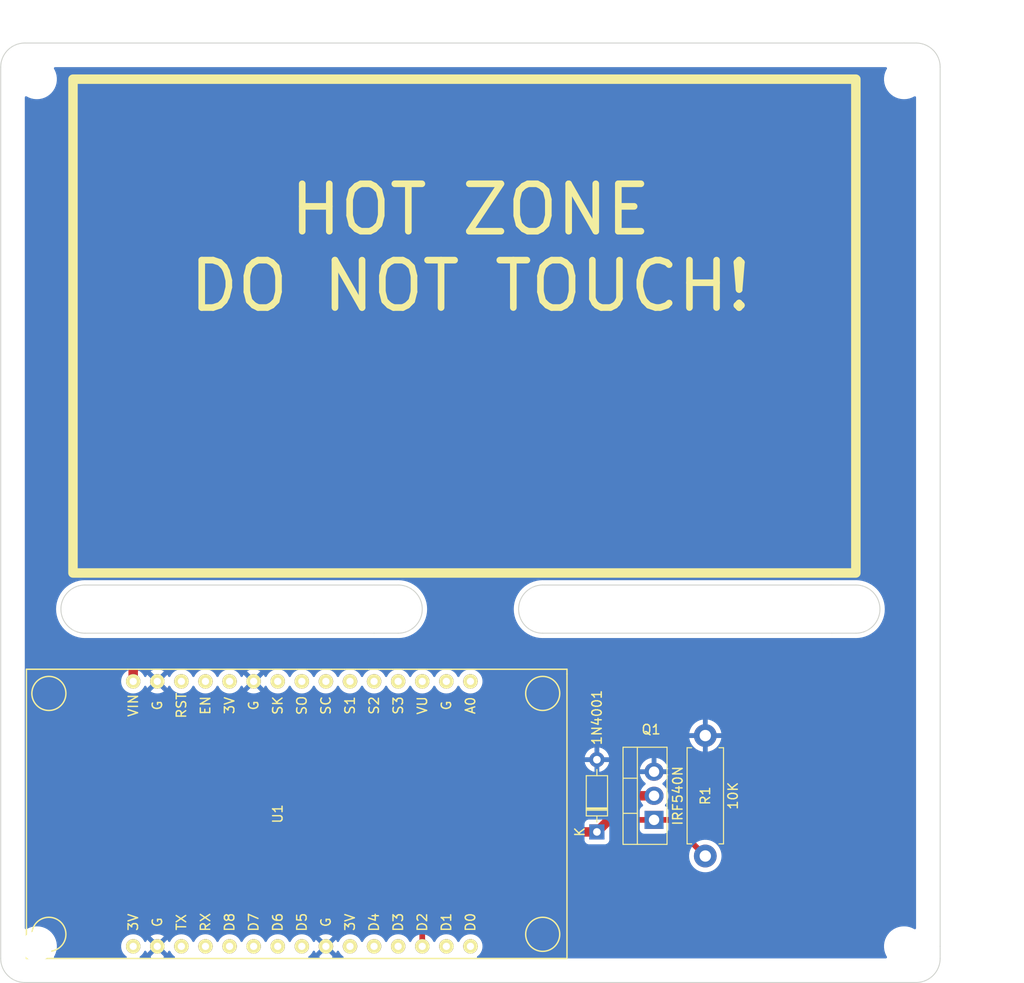
<source format=kicad_pcb>
(kicad_pcb (version 20211014) (generator pcbnew)
  (layers (0 "F.Cu" signal) (31 "B.Cu" signal) (34 "B.Paste" user) (35 "F.Paste" user) (36 "B.SilkS" user "B.Silkscreen") (37 "F.SilkS" user "F.Silkscreen") (38 "B.Mask" user) (39 "F.Mask" user) (44 "Edge.Cuts" user))
  (net 0 "")
  (net 25 "VCC")
  (net 26 "GND")
  (net 27 "Net-(U1-Pad28)")
  (footprint "Package_TO_SOT_THT:TO-220-3_Vertical" (layer "F.Cu") (at 183.19 103.505 90)
    (fp_text reference "Q1" (at 9.525 -0.31 180) (layer "F.SilkS"))
    (fp_text value "IRF540N" (at 2.54 2.5 90) (layer "F.SilkS"))
    (fp_line (start -2.58 1.371) (end 7.66 1.371) (layer "F.SilkS") (width 0.12))
    (fp_line (start -2.58 -3.27) (end -2.58 1.371) (layer "F.SilkS") (width 0.12))
    (fp_line (start 7.66 -3.27) (end 7.66 1.371) (layer "F.SilkS") (width 0.12))
    (fp_line (start -2.58 -1.76) (end 7.66 -1.76) (layer "F.SilkS") (width 0.12))
    (fp_line (start 0.69 -3.27) (end 0.69 -1.76) (layer "F.SilkS") (width 0.12))
    (fp_line (start -2.58 -3.27) (end 7.66 -3.27) (layer "F.SilkS") (width 0.12))
    (fp_line (start 4.391 -3.27) (end 4.391 -1.76) (layer "F.SilkS") (width 0.12))
    (pad "1" thru_hole rect (at 0 0 90) (size 1.905 2) (drill 1.1) (layers *.Cu *.Mask) (net 27 "Net-(U1-Pad28)"))
    (pad "2" thru_hole oval (at 2.54 0 90) (size 1.905 2) (drill 1.1) (layers *.Cu *.Mask) (net 25 "VCC"))
    (pad "3" thru_hole oval (at 5.08 0 90) (size 1.905 2) (drill 1.1) (layers *.Cu *.Mask) (net 26 "GND"))
  )
  (footprint "ESP8266:NodeMCU-LoLinV3" (layer "F.Cu") (at 143.51 102.87 -90)
    (fp_text reference "U1" (at 0 0 90) (layer "F.SilkS"))
    (fp_text value "NodeMCU1.0(ESP-12E)")
    (fp_text user "D7" (at 11.43 2.54 90) (layer "F.SilkS"))
    (fp_text user "3V" (at -11.43 5.08 90) (layer "F.SilkS"))
    (fp_text user "SO" (at -11.43 -2.54 90) (layer "F.SilkS"))
    (fp_text user "3V" (at 11.43 15.24 90) (layer "F.SilkS"))
    (fp_text user "D0" (at 11.43 -20.32 90) (layer "F.SilkS"))
    (fp_text user "3V" (at 11.43 -7.62 90) (layer "F.SilkS"))
    (fp_text user "G" (at -11.43 2.54 90) (layer "F.SilkS"))
    (fp_text user "G" (at -11.43 -17.78 90) (layer "F.SilkS"))
    (fp_text user "D2" (at 11.43 -15.24 90) (layer "F.SilkS"))
    (fp_text user "D6" (at 11.43 0 90) (layer "F.SilkS"))
    (fp_text user "SC" (at -11.43 -5.08 90) (layer "F.SilkS"))
    (fp_text user "D4" (at 11.43 -10.16 90) (layer "F.SilkS"))
    (fp_text user "G" (at -11.43 12.7 90) (layer "F.SilkS"))
    (fp_text user "RX" (at 11.43 7.62 90) (layer "F.SilkS"))
    (fp_text user "A0" (at -11.43 -20.32 90) (layer "F.SilkS"))
    (fp_text user "EN" (at -11.43 7.62 90) (layer "F.SilkS"))
    (fp_text user "D3" (at 11.43 -12.7 90) (layer "F.SilkS"))
    (fp_text user "TX" (at 11.43 10.16 90) (layer "F.SilkS"))
    (fp_text user "G" (at 11.43 12.7 90) (layer "F.SilkS"))
    (fp_text user "D5" (at 11.43 -2.54 90) (layer "F.SilkS"))
    (fp_text user "G" (at 11.43 -5.08 90) (layer "F.SilkS"))
    (fp_text user "VIN" (at -11.43 15.24 90) (layer "F.SilkS"))
    (fp_text user "S1" (at -11.43 -7.62 90) (layer "F.SilkS"))
    (fp_text user "D8" (at 11.43 5.08 90) (layer "F.SilkS"))
    (fp_text user "D1" (at 11.43 -17.78 90) (layer "F.SilkS"))
    (fp_text user "S2" (at -11.43 -10.16 90) (layer "F.SilkS"))
    (fp_text user "SK" (at -11.43 0 90) (layer "F.SilkS"))
    (fp_text user "VU" (at -11.43 -15.24 90) (layer "F.SilkS"))
    (fp_text user "S3" (at -11.43 -12.7 90) (layer "F.SilkS"))
    (fp_text user "RST" (at -11.43 10.16 90) (layer "F.SilkS"))
    (fp_line (start 15.25 26.5) (end 15.25 -30.5) (layer "F.SilkS") (width 0.15))
    (fp_line (start -15.25 26.5) (end 15.25 26.5) (layer "F.SilkS") (width 0.15))
    (fp_line (start -14.75 -30.5) (end -15.25 -30.5) (layer "F.SilkS") (width 0.15))
    (fp_line (start 15.25 -30.5) (end -14.75 -30.5) (layer "F.SilkS") (width 0.15))
    (fp_line (start -15.25 -30.5) (end -15.25 26.5) (layer "F.SilkS") (width 0.15))
    (fp_circle (center -12.7 -27.94) (end -11.43 -29.21) (layer "F.SilkS") (width 0.15) (fill none))
    (fp_circle (center -12.7 24.13) (end -11.43 22.86) (layer "F.SilkS") (width 0.15) (fill none))
    (fp_circle (center 12.7 -27.94) (end 13.97 -29.21) (layer "F.SilkS") (width 0.15) (fill none))
    (fp_circle (center 12.7 24.13) (end 13.97 22.86) (layer "F.SilkS") (width 0.15) (fill none))
    (pad "1" thru_hole circle (at -13.97 -20.32 270) (size 1.524 1.524) (drill 0.762) (layers *.Cu *.Mask "F.SilkS"))
    (pad "2" thru_hole circle (at -13.97 -17.78 270) (size 1.524 1.524) (drill 0.762) (layers *.Cu *.Mask "F.SilkS"))
    (pad "3" thru_hole circle (at -13.97 -15.24 270) (size 1.524 1.524) (drill 0.762) (layers *.Cu *.Mask "F.SilkS"))
    (pad "4" thru_hole circle (at -13.97 -12.7 270) (size 1.524 1.524) (drill 0.762) (layers *.Cu *.Mask "F.SilkS"))
    (pad "5" thru_hole circle (at -13.97 -10.16 270) (size 1.524 1.524) (drill 0.762) (layers *.Cu *.Mask "F.SilkS"))
    (pad "6" thru_hole circle (at -13.97 -7.62 270) (size 1.524 1.524) (drill 0.762) (layers *.Cu *.Mask "F.SilkS"))
    (pad "7" thru_hole circle (at -13.97 -5.08 270) (size 1.524 1.524) (drill 0.762) (layers *.Cu *.Mask "F.SilkS"))
    (pad "8" thru_hole circle (at -13.97 -2.54 270) (size 1.524 1.524) (drill 0.762) (layers *.Cu *.Mask "F.SilkS"))
    (pad "9" thru_hole circle (at -13.97 0 270) (size 1.524 1.524) (drill 0.762) (layers *.Cu *.Mask "F.SilkS"))
    (pad "10" thru_hole circle (at -13.97 2.54 270) (size 1.524 1.524) (drill 0.762) (layers *.Cu *.Mask "F.SilkS") (net 26 "GND"))
    (pad "11" thru_hole circle (at -13.97 5.08 270) (size 1.524 1.524) (drill 0.762) (layers *.Cu *.Mask "F.SilkS"))
    (pad "12" thru_hole circle (at -13.97 7.62 270) (size 1.524 1.524) (drill 0.762) (layers *.Cu *.Mask "F.SilkS"))
    (pad "13" thru_hole circle (at -13.97 10.16 270) (size 1.524 1.524) (drill 0.762) (layers *.Cu *.Mask "F.SilkS"))
    (pad "14" thru_hole circle (at -13.97 12.7 270) (size 1.524 1.524) (drill 0.762) (layers *.Cu *.Mask "F.SilkS") (net 26 "GND"))
    (pad "15" thru_hole circle (at -13.97 15.24 270) (size 1.524 1.524) (drill 0.762) (layers *.Cu *.Mask "F.SilkS") (net 25 "VCC"))
    (pad "16" thru_hole circle (at 13.97 15.24 270) (size 1.524 1.524) (drill 0.762) (layers *.Cu *.Mask "F.SilkS"))
    (pad "17" thru_hole circle (at 13.97 12.7 270) (size 1.524 1.524) (drill 0.762) (layers *.Cu *.Mask "F.SilkS") (net 26 "GND"))
    (pad "18" thru_hole circle (at 13.97 10.16 270) (size 1.524 1.524) (drill 0.762) (layers *.Cu *.Mask "F.SilkS"))
    (pad "19" thru_hole circle (at 13.97 7.62 270) (size 1.524 1.524) (drill 0.762) (layers *.Cu *.Mask "F.SilkS"))
    (pad "20" thru_hole circle (at 13.97 5.08 270) (size 1.524 1.524) (drill 0.762) (layers *.Cu *.Mask "F.SilkS"))
    (pad "21" thru_hole circle (at 13.97 2.54 270) (size 1.524 1.524) (drill 0.762) (layers *.Cu *.Mask "F.SilkS"))
    (pad "22" thru_hole circle (at 13.97 0 270) (size 1.524 1.524) (drill 0.762) (layers *.Cu *.Mask "F.SilkS"))
    (pad "23" thru_hole circle (at 13.97 -2.54 270) (size 1.524 1.524) (drill 0.762) (layers *.Cu *.Mask "F.SilkS"))
    (pad "24" thru_hole circle (at 13.97 -5.08 270) (size 1.524 1.524) (drill 0.762) (layers *.Cu *.Mask "F.SilkS") (net 26 "GND"))
    (pad "25" thru_hole circle (at 13.97 -7.62 270) (size 1.524 1.524) (drill 0.762) (layers *.Cu *.Mask "F.SilkS"))
    (pad "26" thru_hole circle (at 13.97 -10.16 270) (size 1.524 1.524) (drill 0.762) (layers *.Cu *.Mask "F.SilkS"))
    (pad "27" thru_hole circle (at 13.97 -12.7 270) (size 1.524 1.524) (drill 0.762) (layers *.Cu *.Mask "F.SilkS"))
    (pad "28" thru_hole circle (at 13.97 -15.24 270) (size 1.524 1.524) (drill 0.762) (layers *.Cu *.Mask "F.SilkS") (net 27 "Net-(U1-Pad28)"))
    (pad "29" thru_hole circle (at 13.97 -17.78 270) (size 1.524 1.524) (drill 0.762) (layers *.Cu *.Mask "F.SilkS"))
    (pad "30" thru_hole circle (at 13.97 -20.32 270) (size 1.524 1.524) (drill 0.762) (layers *.Cu *.Mask "F.SilkS"))
  )
  (footprint "MountingHole:MountingHole_3.2mm_M3" (layer "F.Cu") (at 209.55 116.84)
    (fp_text reference "REF**" hide)
    (fp_text value "MountingHole_3.2mm_M3" hide)
    (pad "" np_thru_hole circle (at 0 0) (size 3.2 3.2) (drill 3.2) (layers *.Cu *.Mask))
  )
  (footprint "Resistor_THT:R_Axial_DIN0411_L9.9mm_D3.6mm_P12.70mm_Horizontal" (layer "F.Cu") (at 188.595 107.315 90)
    (fp_text reference "R1" hide)
    (fp_text value "10K" (at 6.35 2.92 90) (layer "F.SilkS"))
    (fp_text user "${REFERENCE}" (at 6.35 0 90) (layer "F.SilkS"))
    (fp_line (start 1.28 -1.92) (end 11.42 -1.92) (layer "F.SilkS") (width 0.12))
    (fp_line (start 11.42 1.92) (end 11.42 1.44) (layer "F.SilkS") (width 0.12))
    (fp_line (start 11.42 -1.92) (end 11.42 -1.44) (layer "F.SilkS") (width 0.12))
    (fp_line (start 1.28 1.92) (end 11.42 1.92) (layer "F.SilkS") (width 0.12))
    (fp_line (start 1.28 -1.44) (end 1.28 -1.92) (layer "F.SilkS") (width 0.12))
    (fp_line (start 1.28 1.44) (end 1.28 1.92) (layer "F.SilkS") (width 0.12))
    (pad "1" thru_hole circle (at 0 0 90) (size 2.4 2.4) (drill 1.2) (layers *.Cu *.Mask) (net 27 "Net-(U1-Pad28)"))
    (pad "2" thru_hole oval (at 12.7 0 90) (size 2.4 2.4) (drill 1.2) (layers *.Cu *.Mask) (net 26 "GND"))
  )
  (footprint "MountingHole:MountingHole_3.2mm_M3" (layer "F.Cu") (at 118.11 116.84)
    (fp_text reference "REF**" hide)
    (fp_text value "MountingHole_3.2mm_M3" hide)
    (pad "" np_thru_hole circle (at 0 0) (size 3.2 3.2) (drill 3.2) (layers *.Cu *.Mask))
  )
  (footprint "MountingHole:MountingHole_3.2mm_M3" (layer "F.Cu") (at 118.11 25.4)
    (fp_text reference "REF**" hide)
    (fp_text value "MountingHole_3.2mm_M3" hide)
    (pad "" np_thru_hole circle (at 0 0) (size 3.2 3.2) (drill 3.2) (layers *.Cu *.Mask))
  )
  (footprint "MountingHole:MountingHole_3.2mm_M3" (layer "F.Cu") (at 209.55 25.4)
    (fp_text reference "REF**" hide)
    (fp_text value "MountingHole_3.2mm_M3" hide)
    (pad "" np_thru_hole circle (at 0 0) (size 3.2 3.2) (drill 3.2) (layers *.Cu *.Mask))
  )
  (footprint "Diode_THT:D_DO-35_SOD27_P7.62mm_Horizontal" (layer "F.Cu") (at 177.165 104.775 90)
    (fp_text reference "D1" hide)
    (fp_text value "1N4001" (at 12.065 0 90) (layer "F.SilkS"))
    (fp_text user "K" (at 0 -1.8 90) (layer "F.SilkS"))
    (fp_line (start 5.93 -1.12) (end 1.69 -1.12) (layer "F.SilkS") (width 0.12))
    (fp_line (start 1.04 0) (end 1.69 0) (layer "F.SilkS") (width 0.12))
    (fp_line (start 2.41 -1.12) (end 2.41 1.12) (layer "F.SilkS") (width 0.12))
    (fp_line (start 5.93 1.12) (end 5.93 -1.12) (layer "F.SilkS") (width 0.12))
    (fp_line (start 6.58 0) (end 5.93 0) (layer "F.SilkS") (width 0.12))
    (fp_line (start 2.53 -1.12) (end 2.53 1.12) (layer "F.SilkS") (width 0.12))
    (fp_line (start 2.29 -1.12) (end 2.29 1.12) (layer "F.SilkS") (width 0.12))
    (fp_line (start 1.69 -1.12) (end 1.69 1.12) (layer "F.SilkS") (width 0.12))
    (fp_line (start 1.69 1.12) (end 5.93 1.12) (layer "F.SilkS") (width 0.12))
    (pad "1" thru_hole rect (at 0 0 90) (size 1.6 1.6) (drill 0.8) (layers *.Cu *.Mask) (net 25 "VCC"))
    (pad "2" thru_hole oval (at 7.62 0 90) (size 1.6 1.6) (drill 0.8) (layers *.Cu *.Mask) (net 26 "GND"))
  )
  (gr_rect (start 121.92 25.4) (end 204.47 77.47) (layer "F.SilkS") (width 1) (fill none))
  (gr_arc (start 123.19 83.82) (mid 120.65 81.28) (end 123.19 78.74) (layer "Edge.Cuts") (width 0.1))
  (gr_arc (start 210.82 21.59) (mid 212.616051 22.333949) (end 213.36 24.13) (layer "Edge.Cuts") (width 0.1))
  (gr_arc (start 213.36 118.11) (mid 212.616051 119.906051) (end 210.82 120.65) (layer "Edge.Cuts") (width 0.1))
  (gr_line (start 201.93 78.74) (end 204.47 78.74) (layer "Edge.Cuts") (width 0.1))
  (gr_arc (start 171.45 83.82) (mid 168.91 81.28) (end 171.45 78.74) (layer "Edge.Cuts") (width 0.1))
  (gr_line (start 201.93 83.82) (end 204.47 83.82) (layer "Edge.Cuts") (width 0.1))
  (gr_arc (start 204.47 78.74) (mid 207.01 81.28) (end 204.47 83.82) (layer "Edge.Cuts") (width 0.1))
  (gr_line (start 123.19 78.74) (end 153.67 78.74) (layer "Edge.Cuts") (width 0.1))
  (gr_line (start 213.36 24.13) (end 213.36 116.84) (layer "Edge.Cuts") (width 0.1))
  (gr_line (start 210.82 120.65) (end 116.84 120.65) (layer "Edge.Cuts") (width 0.1))
  (gr_line (start 213.36 118.11) (end 213.36 116.84) (layer "Edge.Cuts") (width 0.1))
  (gr_line (start 114.3 118.11) (end 114.3 24.13) (layer "Edge.Cuts") (width 0.1))
  (gr_line (start 171.45 83.82) (end 201.93 83.82) (layer "Edge.Cuts") (width 0.1))
  (gr_arc (start 116.84 120.65) (mid 115.043949 119.906051) (end 114.3 118.11) (layer "Edge.Cuts") (width 0.1))
  (gr_line (start 171.45 78.74) (end 201.93 78.74) (layer "Edge.Cuts") (width 0.1))
  (gr_arc (start 114.3 24.13) (mid 115.043949 22.333949) (end 116.84 21.59) (layer "Edge.Cuts") (width 0.1))
  (gr_line (start 153.67 83.82) (end 156.21 83.82) (layer "Edge.Cuts") (width 0.1))
  (gr_arc (start 156.21 78.74) (mid 158.75 81.28) (end 156.21 83.82) (layer "Edge.Cuts") (width 0.1))
  (gr_line (start 116.84 21.59) (end 209.55 21.59) (layer "Edge.Cuts") (width 0.1))
  (gr_line (start 153.67 78.74) (end 156.21 78.74) (layer "Edge.Cuts") (width 0.1))
  (gr_line (start 123.19 83.82) (end 153.67 83.82) (layer "Edge.Cuts") (width 0.1))
  (gr_line (start 209.55 21.59) (end 210.82 21.59) (layer "Edge.Cuts") (width 0.1))
  (gr_text "HOT ZONE\nDO NOT TOUCH!" (at 163.83 43.18) (layer "F.SilkS") (effects (font (size 5 5) (thickness 0.7))))
  (segment (start 202.16 71.8) (end 122.96 71.8) (width 0.6) (layer "F.Cu") (net 25))
  (segment (start 122.96 50.199979) (end 162.56 50.199978) (width 0.6) (layer "F.Cu") (net 25))
  (segment (start 122.96 26.199949) (end 162.56 26.199948) (width 0.6) (layer "F.Cu") (net 25))
  (segment (start 122.96 61.399993) (end 162.56 61.399992) (width 0.6) (layer "F.Cu") (net 25))
  (segment (start 122.96 62.999995) (end 162.56 62.999994) (width 0.6) (layer "F.Cu") (net 25))
  (segment (start 162.56 27.79995) (end 202.16 27.79995) (width 0.6) (layer "F.Cu") (net 25))
  (segment (start 202.16 67) (end 162.56 66.999999) (width 0.6) (layer "F.Cu") (net 25))
  (segment (start 128.27 87.63) (end 129.54 86.36) (width 1) (layer "F.Cu") (net 25))
  (segment (start 162.56 26.199948) (end 203.364948 26.199948) (width 0.6) (layer "F.Cu") (net 25))
  (segment (start 162.56 45.399972) (end 202.16 45.399972) (width 0.6) (layer "F.Cu") (net 25))
  (segment (start 162.56 40.599966) (end 202.16 40.599966) (width 0.6) (layer "F.Cu") (net 25))
  (segment (start 122.96 66.199999) (end 162.56 66.199998) (width 0.6) (layer "F.Cu") (net 25))
  (segment (start 162.56 38.999964) (end 202.16 38.999964) (width 0.6) (layer "F.Cu") (net 25))
  (segment (start 122.96 45.399973) (end 162.56 45.399972) (width 0.6) (layer "F.Cu") (net 25))
  (segment (start 162.56 53.399982) (end 202.16 53.399982) (width 0.6) (layer "F.Cu") (net 25))
  (segment (start 177.165 104.775) (end 180.975 100.965) (width 1) (layer "F.Cu") (net 25))
  (segment (start 162.56 58.999989) (end 122.96 58.999989) (width 0.6) (layer "F.Cu") (net 25))
  (segment (start 122.96 56.599987) (end 162.56 56.599986) (width 0.6) (layer "F.Cu") (net 25))
  (segment (start 162.56 36.599961) (end 122.96 36.599961) (width 0.6) (layer "F.Cu") (net 25))
  (segment (start 162.56 31.799955) (end 122.96 31.799955) (width 0.6) (layer "F.Cu") (net 25))
  (segment (start 202.16 36.599962) (end 162.56 36.599961) (width 0.6) (layer "F.Cu") (net 25))
  (segment (start 165.1 78.105) (end 165.1 85.09) (width 1) (layer "F.Cu") (net 25))
  (segment (start 202.16 54.199984) (end 162.56 54.199983) (width 0.6) (layer "F.Cu") (net 25))
  (segment (start 202.16 47.799976) (end 162.56 47.799975) (width 0.6) (layer "F.Cu") (net 25))
  (segment (start 202.16 55.799986) (end 162.56 55.799985) (width 0.6) (layer "F.Cu") (net 25))
  (segment (start 202.16 62.199994) (end 162.56 62.199993) (width 0.6) (layer "F.Cu") (net 25))
  (segment (start 202.16 39.799966) (end 162.56 39.799965) (width 0.6) (layer "F.Cu") (net 25))
  (segment (start 162.56 63.799995) (end 122.96 63.799995) (width 0.6) (layer "F.Cu") (net 25))
  (segment (start 162.56 66.999999) (end 122.96 66.999999) (width 0.6) (layer "F.Cu") (net 25))
  (segment (start 122.96 42.199969) (end 162.56 42.199968) (width 0.6) (layer "F.Cu") (net 25))
  (segment (start 162.56 57.399987) (end 122.96 57.399987) (width 0.6) (layer "F.Cu") (net 25))
  (segment (start 162.56 52.599981) (end 122.96 52.599981) (width 0.6) (layer "F.Cu") (net 25))
  (segment (start 122.96 54.999985) (end 162.56 54.999984) (width 0.6) (layer "F.Cu") (net 25))
  (segment (start 162.56 64.599996) (end 202.16 64.599996) (width 0.6) (layer "F.Cu") (net 25))
  (segment (start 166.37 76.835) (end 165.1 78.105) (width 0.6) (layer "F.Cu") (net 25))
  (segment (start 162.56 59.79999) (end 202.16 59.79999) (width 0.6) (layer "F.Cu") (net 25))
  (segment (start 202.16 31.799956) (end 162.56 31.799955) (width 0.6) (layer "F.Cu") (net 25))
  (segment (start 162.56 46.999974) (end 202.16 46.999974) (width 0.6) (layer "F.Cu") (net 25))
  (segment (start 202.16 49.399978) (end 162.56 49.399977) (width 0.6) (layer "F.Cu") (net 25))
  (segment (start 122.96 46.999975) (end 162.56 46.999974) (width 0.6) (layer "F.Cu") (net 25))
  (segment (start 122.96 74.2) (end 202.16 74.2) (width 0.6) (layer "F.Cu") (net 25))
  (segment (start 168.91 88.9) (end 168.91 99.06) (width 1) (layer "F.Cu") (net 25))
  (segment (start 202.16 30.199954) (end 162.56 30.199953) (width 0.6) (layer "F.Cu") (net 25))
  (segment (start 122.96 53.399983) (end 162.56 53.399982) (width 0.6) (layer "F.Cu") (net 25))
  (segment (start 202.16 75) (end 122.96 75) (width 0.6) (layer "F.Cu") (net 25))
  (segment (start 161.29 86.36) (end 162.56 85.09) (width 1) (layer "F.Cu") (net 25))
  (segment (start 162.56 33.399957) (end 122.96 33.399957) (width 0.6) (layer "F.Cu") (net 25))
  (segment (start 162.56 47.799975) (end 122.96 47.799975) (width 0.6) (layer "F.Cu") (net 25))
  (segment (start 162.56 60.599991) (end 122.96 60.599991) (width 0.6) (layer "F.Cu") (net 25))
  (segment (start 122.96 67.8) (end 202.16 67.8) (width 0.6) (layer "F.Cu") (net 25))
  (segment (start 203.2 76.835) (end 166.37 76.835) (width 0.6) (layer "F.Cu") (net 25))
  (segment (start 122.96 59.799991) (end 162.56 59.79999) (width 0.6) (layer "F.Cu") (net 25))
  (segment (start 202.16 34.99996) (end 162.56 34.999959) (width 0.6) (layer "F.Cu") (net 25))
  (segment (start 162.56 42.999969) (end 122.96 42.999969) (width 0.6) (layer "F.Cu") (net 25))
  (segment (start 202.16 46.199974) (end 162.56 46.199973) (width 0.6) (layer "F.Cu") (net 25))
  (segment (start 162.56 42.199968) (end 202.16 42.199968) (width 0.6) (layer "F.Cu") (net 25))
  (segment (start 162.56 41.399967) (end 122.96 41.399967) (width 0.6) (layer "F.Cu") (net 25))
  (segment (start 162.56 43.79997) (end 202.16 43.79997) (width 0.6) (layer "F.Cu") (net 25))
  (segment (start 202.16 33.399958) (end 162.56 33.399957) (width 0.6) (layer "F.Cu") (net 25))
  (segment (start 162.56 30.199953) (end 122.96 30.199953) (width 0.6) (layer "F.Cu") (net 25))
  (segment (start 202.16 63.799996) (end 162.56 63.799995) (width 0.6) (layer "F.Cu") (net 25))
  (segment (start 122.96 27.799951) (end 162.56 27.79995) (width 0.6) (layer "F.Cu") (net 25))
  (segment (start 162.56 54.999984) (end 202.16 54.999984) (width 0.6) (layer "F.Cu") (net 25))
  (segment (start 202.16 41.399968) (end 162.56 41.399967) (width 0.6) (layer "F.Cu") (net 25))
  (segment (start 162.56 38.199963) (end 122.96 38.199963) (width 0.6) (layer "F.Cu") (net 25))
  (segment (start 202.16 60.599992) (end 162.56 60.599991) (width 0.6) (layer "F.Cu") (net 25))
  (segment (start 162.56 34.199958) (end 202.16 34.199958) (width 0.6) (layer "F.Cu") (net 25))
  (segment (start 162.56 85.09) (end 162.56 78.74) (width 1) (layer "F.Cu") (net 25))
  (segment (start 122.96 43.799971) (end 162.56 43.79997) (width 0.6) (layer "F.Cu") (net 25))
  (segment (start 122.96 35.799961) (end 162.56 35.79996) (width 0.6) (layer "F.Cu") (net 25))
  (segment (start 202.16 52.599982) (end 162.56 52.599981) (width 0.6) (layer "F.Cu") (net 25))
  (segment (start 122.96 30.999955) (end 162.56 30.999954) (width 0.6) (layer "F.Cu") (net 25))
  (segment (start 122.96 40.599967) (end 162.56 40.599966) (width 0.6) (layer "F.Cu") (net 25))
  (segment (start 202.16 38.199964) (end 162.56 38.199963) (width 0.6) (layer "F.Cu") (net 25))
  (segment (start 162.56 78.74) (end 162.56 76.2) (width 0.6) (layer "F.Cu") (net 25))
  (segment (start 162.56 46.199973) (end 122.96 46.199973) (width 0.6) (layer "F.Cu") (net 25))
  (segment (start 165.1 85.09) (end 168.91 88.9) (width 1) (layer "F.Cu") (net 25))
  (segment (start 162.96 75.8) (end 202.16 75.8) (width 0.6) (layer "F.Cu") (net 25))
  (segment (start 202.16 28.599952) (end 162.56 28.599951) (width 0.6) (layer "F.Cu") (net 25))
  (segment (start 202.16 68.6) (end 122.96 68.6) (width 0.6) (layer "F.Cu") (net 25))
  (segment (start 180.975 100.965) (end 183.19 100.965) (width 1) (layer "F.Cu") (net 25))
  (segment (start 129.54 86.36) (end 161.29 86.36) (width 1) (layer "F.Cu") (net 25))
  (segment (start 202.16 70.2) (end 122.96 70.2) (width 0.6) (layer "F.Cu") (net 25))
  (segment (start 162.56 32.599956) (end 202.16 32.599956) (width 0.6) (layer "F.Cu") (net 25))
  (segment (start 162.56 34.999959) (end 122.96 34.999959) (width 0.6) (layer "F.Cu") (net 25))
  (segment (start 162.56 55.799985) (end 122.96 55.799985) (width 0.6) (layer "F.Cu") (net 25))
  (segment (start 122.96 37.399963) (end 162.56 37.399962) (width 0.6) (layer "F.Cu") (net 25))
  (segment (start 122.96 51.799981) (end 162.56 51.79998) (width 0.6) (layer "F.Cu") (net 25))
  (segment (start 122.96 34.199959) (end 162.56 34.199958) (width 0.6) (layer "F.Cu") (net 25))
  (segment (start 174.625 104.775) (end 177.165 104.775) (width 1) (layer "F.Cu") (net 25))
  (segment (start 122.96 32.599957) (end 162.56 32.599956) (width 0.6) (layer "F.Cu") (net 25))
  (segment (start 162.56 35.79996) (end 202.16 35.79996) (width 0.6) (layer "F.Cu") (net 25))
  (segment (start 162.56 30.999954) (end 202.16 30.999954) (width 0.6) (layer "F.Cu") (net 25))
  (segment (start 162.56 61.399992) (end 202.16 61.399992) (width 0.6) (layer "F.Cu") (net 25))
  (segment (start 162.56 62.999994) (end 202.16 62.999994) (width 0.6) (layer "F.Cu") (net 25))
  (segment (start 122.96 72.6) (end 202.16 72.6) (width 0.6) (layer "F.Cu") (net 25))
  (segment (start 202.16 57.399988) (end 162.56 57.399987) (width 0.6) (layer "F.Cu") (net 25))
  (segment (start 202.16 44.599972) (end 162.56 44.599971) (width 0.6) (layer "F.Cu") (net 25))
  (segment (start 202.16 73.4) (end 122.96 73.4) (width 0.6) (layer "F.Cu") (net 25))
  (segment (start 162.56 39.799965) (end 122.96 39.799965) (width 0.6) (layer "F.Cu") (net 25))
  (segment (start 162.56 28.599951) (end 122.96 28.599951) (width 0.6) (layer "F.Cu") (net 25))
  (segment (start 168.91 99.06) (end 174.625 104.775) (width 1) (layer "F.Cu") (net 25))
  (segment (start 122.96 38.999965) (end 162.56 38.999964) (width 0.6) (layer "F.Cu") (net 25))
  (segment (start 162.56 50.999979) (end 122.96 50.999979) (width 0.6) (layer "F.Cu") (net 25))
  (segment (start 202.16 26.99995) (end 162.56 26.999949) (width 0.6) (layer "F.Cu") (net 25))
  (segment (start 202.16 42.99997) (end 162.56 42.999969) (width 0.6) (layer "F.Cu") (net 25))
  (segment (start 128.27 88.9) (end 128.27 87.63) (width 1) (layer "F.Cu") (net 25))
  (segment (start 162.56 29.399952) (end 202.16 29.399952) (width 0.6) (layer "F.Cu") (net 25))
  (segment (start 203.364948 26.199948) (end 203.835 26.67) (width 0.6) (layer "F.Cu") (net 25))
  (segment (start 162.56 66.199998) (end 202.16 66.199998) (width 0.6) (layer "F.Cu") (net 25))
  (segment (start 162.56 54.199983) (end 122.96 54.199983) (width 0.6) (layer "F.Cu") (net 25))
  (segment (start 162.56 58.199988) (end 202.16 58.199988) (width 0.6) (layer "F.Cu") (net 25))
  (segment (start 162.56 56.599986) (end 202.16 56.599986) (width 0.6) (layer "F.Cu") (net 25))
  (segment (start 162.56 37.399962) (end 202.16 37.399962) (width 0.6) (layer "F.Cu") (net 25))
  (segment (start 122.96 58.199989) (end 162.56 58.199988) (width 0.6) (layer "F.Cu") (net 25))
  (segment (start 202.16 65.399998) (end 162.56 65.399997) (width 0.6) (layer "F.Cu") (net 25))
  (segment (start 202.16 58.99999) (end 162.56 58.999989) (width 0.6) (layer "F.Cu") (net 25))
  (segment (start 162.56 48.599976) (end 202.16 48.599976) (width 0.6) (layer "F.Cu") (net 25))
  (segment (start 202.16 50.99998) (end 162.56 50.999979) (width 0.6) (layer "F.Cu") (net 25))
  (segment (start 122.96 69.4) (end 202.16 69.4) (width 0.6) (layer "F.Cu") (net 25))
  (segment (start 162.56 49.399977) (end 122.96 49.399977) (width 0.6) (layer "F.Cu") (net 25))
  (segment (start 122.96 71) (end 202.16 71) (width 0.6) (layer "F.Cu") (net 25))
  (segment (start 162.56 26.999949) (end 122.96 26.999949) (width 0.6) (layer "F.Cu") (net 25))
  (segment (start 122.96 29.399953) (end 162.56 29.399952) (width 0.6) (layer "F.Cu") (net 25))
  (segment (start 203.835 26.67) (end 203.835 76.2) (width 0.6) (layer "F.Cu") (net 25))
  (segment (start 162.56 65.399997) (end 122.96 65.399997) (width 0.6) (layer "F.Cu") (net 25))
  (segment (start 162.56 50.199978) (end 202.16 50.199978) (width 0.6) (layer "F.Cu") (net 25))
  (segment (start 162.56 51.79998) (end 202.16 51.79998) (width 0.6) (layer "F.Cu") (net 25))
  (segment (start 162.56 62.199993) (end 122.96 62.199993) (width 0.6) (layer "F.Cu") (net 25))
  (segment (start 203.835 76.2) (end 203.2 76.835) (width 0.6) (layer "F.Cu") (net 25))
  (segment (start 122.96 64.599997) (end 162.56 64.599996) (width 0.6) (layer "F.Cu") (net 25))
  (segment (start 122.96 48.599977) (end 162.56 48.599976) (width 0.6) (layer "F.Cu") (net 25))
  (segment (start 162.56 44.599971) (end 122.96 44.599971) (width 0.6) (layer "F.Cu") (net 25))
  (arc (start 122.96 49.399977) (mid 122.677157 49.28282) (end 122.56 48.999977) (width 0.6) (layer "F.Cu") (net 25))
  (arc (start 122.96 63.799995) (mid 122.677157 63.682838) (end 122.56 63.399995) (width 0.6) (layer "F.Cu") (net 25))
  (arc (start 202.56 62.599994) (mid 202.442843 62.317151) (end 202.16 62.199994) (width 0.6) (layer "F.Cu") (net 25))
  (arc (start 202.56 40.199966) (mid 202.442843 39.917123) (end 202.16 39.799966) (width 0.6) (layer "F.Cu") (net 25))
  (arc (start 202.16 37.399962) (mid 202.442843 37.282805) (end 202.56 36.999962) (width 0.6) (layer "F.Cu") (net 25))
  (arc (start 122.96 52.599981) (mid 122.677157 52.482824) (end 122.56 52.199981) (width 0.6) (layer "F.Cu") (net 25))
  (arc (start 122.56 40.999967) (mid 122.677157 40.717124) (end 122.96 40.599967) (width 0.6) (layer "F.Cu") (net 25))
  (arc (start 122.56 45.799973) (mid 122.677157 45.51713) (end 122.96 45.399973) (width 0.6) (layer "F.Cu") (net 25))
  (arc (start 122.96 41.399967) (mid 122.677157 41.28281) (end 122.56 40.999967) (width 0.6) (layer "F.Cu") (net 25))
  (arc (start 122.56 74.6) (mid 122.677157 74.317157) (end 122.96 74.2) (width 0.6) (layer "F.Cu") (net 25))
  (arc (start 122.96 71.8) (mid 122.677157 71.682843) (end 122.56 71.4) (width 0.6) (layer "F.Cu") (net 25))
  (arc (start 122.56 58.599989) (mid 122.677157 58.317146) (end 122.96 58.199989) (width 0.6) (layer "F.Cu") (net 25))
  (arc (start 122.56 32.999957) (mid 122.677157 32.717114) (end 122.96 32.599957) (width 0.6) (layer "F.Cu") (net 25))
  (arc (start 122.56 44.199971) (mid 122.677157 43.917128) (end 122.96 43.799971) (width 0.6) (layer "F.Cu") (net 25))
  (arc (start 122.96 70.2) (mid 122.677157 70.082843) (end 122.56 69.8) (width 0.6) (layer "F.Cu") (net 25))
  (arc (start 202.56 72.2) (mid 202.442843 71.917157) (end 202.16 71.8) (width 0.6) (layer "F.Cu") (net 25))
  (arc (start 122.96 39.799965) (mid 122.677157 39.682808) (end 122.56 39.399965) (width 0.6) (layer "F.Cu") (net 25))
  (arc (start 202.16 34.199958) (mid 202.442843 34.082801) (end 202.56 33.799958) (width 0.6) (layer "F.Cu") (net 25))
  (arc (start 122.56 55.399985) (mid 122.677157 55.117142) (end 122.96 54.999985) (width 0.6) (layer "F.Cu") (net 25))
  (arc (start 122.96 34.999959) (mid 122.677157 34.882802) (end 122.56 34.599959) (width 0.6) (layer "F.Cu") (net 25))
  (arc (start 202.16 59.79999) (mid 202.442843 59.682833) (end 202.56 59.39999) (width 0.6) (layer "F.Cu") (net 25))
  (arc (start 122.96 57.399987) (mid 122.677157 57.28283) (end 122.56 56.999987) (width 0.6) (layer "F.Cu") (net 25))
  (arc (start 122.96 47.799975) (mid 122.677157 47.682818) (end 122.56 47.399975) (width 0.6) (layer "F.Cu") (net 25))
  (arc (start 202.16 56.599986) (mid 202.442843 56.482829) (end 202.56 56.199986) (width 0.6) (layer "F.Cu") (net 25))
  (arc (start 202.16 58.199988) (mid 202.442843 58.082831) (end 202.56 57.799988) (width 0.6) (layer "F.Cu") (net 25))
  (arc (start 202.56 54.599984) (mid 202.442843 54.317141) (end 202.16 54.199984) (width 0.6) (layer "F.Cu") (net 25))
  (arc (start 122.56 61.799993) (mid 122.677157 61.51715) (end 122.96 61.399993) (width 0.6) (layer "F.Cu") (net 25))
  (arc (start 202.16 54.999984) (mid 202.442843 54.882827) (end 202.56 54.599984) (width 0.6) (layer "F.Cu") (net 25))
  (arc (start 202.56 51.39998) (mid 202.442843 51.117137) (end 202.16 50.99998) (width 0.6) (layer "F.Cu") (net 25))
  (arc (start 202.16 66.199998) (mid 202.442843 66.082841) (end 202.56 65.799998) (width 0.6) (layer "F.Cu") (net 25))
  (arc (start 122.96 62.199993) (mid 122.677157 62.082836) (end 122.56 61.799993) (width 0.6) (layer "F.Cu") (net 25))
  (arc (start 122.96 31.799955) (mid 122.677157 31.682798) (end 122.56 31.399955) (width 0.6) (layer "F.Cu") (net 25))
  (arc (start 122.96 46.199973) (mid 122.677157 46.082816) (end 122.56 45.799973) (width 0.6) (layer "F.Cu") (net 25))
  (arc (start 202.16 50.199978) (mid 202.442843 50.082821) (end 202.56 49.799978) (width 0.6) (layer "F.Cu") (net 25))
  (arc (start 122.96 28.599951) (mid 122.677157 28.482794) (end 122.56 28.199951) (width 0.6) (layer "F.Cu") (net 25))
  (arc (start 202.16 61.399992) (mid 202.442843 61.282835) (end 202.56 60.999992) (width 0.6) (layer "F.Cu") (net 25))
  (arc (start 122.56 69.8) (mid 122.677157 69.517157) (end 122.96 69.4) (width 0.6) (layer "F.Cu") (net 25))
  (arc (start 122.56 28.199951) (mid 122.677157 27.917108) (end 122.96 27.799951) (width 0.6) (layer "F.Cu") (net 25))
  (arc (start 202.16 32.599956) (mid 202.442843 32.482799) (end 202.56 32.199956) (width 0.6) (layer "F.Cu") (net 25))
  (arc (start 202.56 33.799958) (mid 202.442843 33.517115) (end 202.16 33.399958) (width 0.6) (layer "F.Cu") (net 25))
  (arc (start 122.56 34.599959) (mid 122.677157 34.317116) (end 122.96 34.199959) (width 0.6) (layer "F.Cu") (net 25))
  (arc (start 202.16 67.8) (mid 202.442843 67.682843) (end 202.56 67.4) (width 0.6) (layer "F.Cu") (net 25))
  (arc (start 122.56 42.599969) (mid 122.677157 42.317126) (end 122.96 42.199969) (width 0.6) (layer "F.Cu") (net 25))
  (arc (start 202.16 69.4) (mid 202.442843 69.282843) (end 202.56 69) (width 0.6) (layer "F.Cu") (net 25))
  (arc (start 202.16 45.399972) (mid 202.442843 45.282815) (end 202.56 44.999972) (width 0.6) (layer "F.Cu") (net 25))
  (arc (start 202.16 43.79997) (mid 202.442843 43.682813) (end 202.56 43.39997) (width 0.6) (layer "F.Cu") (net 25))
  (arc (start 122.56 71.4) (mid 122.677157 71.117157) (end 122.96 71) (width 0.6) (layer "F.Cu") (net 25))
  (arc (start 122.56 66.599999) (mid 122.677157 66.317156) (end 122.96 66.199999) (width 0.6) (layer "F.Cu") (net 25))
  (arc (start 122.96 54.199983) (mid 122.677157 54.082826) (end 122.56 53.799983) (width 0.6) (layer "F.Cu") (net 25))
  (arc (start 122.56 39.399965) (mid 122.677157 39.117122) (end 122.96 38.999965) (width 0.6) (layer "F.Cu") (net 25))
  (arc (start 202.16 75.8) (mid 202.442843 75.682843) (end 202.56 75.4) (width 0.6) (layer "F.Cu") (net 25))
  (arc (start 202.56 41.799968) (mid 202.442843 41.517125) (end 202.16 41.399968) (width 0.6) (layer "F.Cu") (net 25))
  (arc (start 202.16 40.599966) (mid 202.442843 40.482809) (end 202.56 40.199966) (width 0.6) (layer "F.Cu") (net 25))
  (arc (start 202.16 35.79996) (mid 202.442843 35.682803) (end 202.56 35.39996) (width 0.6) (layer "F.Cu") (net 25))
  (arc (start 202.16 30.999954) (mid 202.442843 30.882797) (end 202.56 30.599954) (width 0.6) (layer "F.Cu") (net 25))
  (arc (start 122.96 36.599961) (mid 122.677157 36.482804) (end 122.56 36.199961) (width 0.6) (layer "F.Cu") (net 25))
  (arc (start 122.96 75) (mid 122.677157 74.882843) (end 122.56 74.6) (width 0.6) (layer "F.Cu") (net 25))
  (arc (start 122.56 64.999997) (mid 122.677157 64.717154) (end 122.96 64.599997) (width 0.6) (layer "F.Cu") (net 25))
  (arc (start 122.56 48.999977) (mid 122.677157 48.717134) (end 122.96 48.599977) (width 0.6) (layer "F.Cu") (net 25))
  (arc (start 122.56 60.199991) (mid 122.677157 59.917148) (end 122.96 59.799991) (width 0.6) (layer "F.Cu") (net 25))
  (arc (start 122.56 52.199981) (mid 122.677157 51.917138) (end 122.96 51.799981) (width 0.6) (layer "F.Cu") (net 25))
  (arc (start 202.56 27.39995) (mid 202.442843 27.117107) (end 202.16 26.99995) (width 0.6) (layer "F.Cu") (net 25))
  (arc (start 122.56 50.599979) (mid 122.677157 50.317136) (end 122.96 50.199979) (width 0.6) (layer "F.Cu") (net 25))
  (arc (start 202.16 42.199968) (mid 202.442843 42.082811) (end 202.56 41.799968) (width 0.6) (layer "F.Cu") (net 25))
  (arc (start 122.96 73.4) (mid 122.677157 73.282843) (end 122.56 73) (width 0.6) (layer "F.Cu") (net 25))
  (arc (start 202.56 59.39999) (mid 202.442843 59.117147) (end 202.16 58.99999) (width 0.6) (layer "F.Cu") (net 25))
  (arc (start 122.96 58.999989) (mid 122.677157 58.882832) (end 122.56 58.599989) (width 0.6) (layer "F.Cu") (net 25))
  (arc (start 122.96 60.599991) (mid 122.677157 60.482834) (end 122.56 60.199991) (width 0.6) (layer "F.Cu") (net 25))
  (arc (start 202.56 28.999952) (mid 202.442843 28.717109) (end 202.16 28.599952) (width 0.6) (layer "F.Cu") (net 25))
  (arc (start 202.56 44.999972) (mid 202.442843 44.717129) (end 202.16 44.599972) (width 0.6) (layer "F.Cu") (net 25))
  (arc (start 122.56 63.399995) (mid 122.677157 63.117152) (end 122.96 62.999995) (width 0.6) (layer "F.Cu") (net 25))
  (arc (start 202.56 38.599964) (mid 202.442843 38.317121) (end 202.16 38.199964) (width 0.6) (layer "F.Cu") (net 25))
  (arc (start 122.96 68.6) (mid 122.677157 68.482843) (end 122.56 68.2) (width 0.6) (layer "F.Cu") (net 25))
  (arc (start 202.16 53.399982) (mid 202.442843 53.282825) (end 202.56 52.999982) (width 0.6) (layer "F.Cu") (net 25))
  (arc (start 202.56 75.4) (mid 202.442843 75.117157) (end 202.16 75) (width 0.6) (layer "F.Cu") (net 25))
  (arc (start 162.56 76.2) (mid 162.677157 75.917157) (end 162.96 75.8) (width 0.6) (layer "F.Cu") (net 25))
  (arc (start 122.96 38.199963) (mid 122.677157 38.082806) (end 122.56 37.799963) (width 0.6) (layer "F.Cu") (net 25))
  (arc (start 122.56 47.399975) (mid 122.677157 47.117132) (end 122.96 46.999975) (width 0.6) (layer "F.Cu") (net 25))
  (arc (start 202.16 27.79995) (mid 202.442843 27.682793) (end 202.56 27.39995) (width 0.6) (layer "F.Cu") (net 25))
  (arc (start 202.16 62.999994) (mid 202.442843 62.882837) (end 202.56 62.599994) (width 0.6) (layer "F.Cu") (net 25))
  (arc (start 202.56 64.199996) (mid 202.442843 63.917153) (end 202.16 63.799996) (width 0.6) (layer "F.Cu") (net 25))
  (arc (start 122.96 66.999999) (mid 122.677157 66.882842) (end 122.56 66.599999) (width 0.6) (layer "F.Cu") (net 25))
  (arc (start 122.56 53.799983) (mid 122.677157 53.51714) (end 122.96 53.399983) (width 0.6) (layer "F.Cu") (net 25))
  (arc (start 202.56 46.599974) (mid 202.442843 46.317131) (end 202.16 46.199974) (width 0.6) (layer "F.Cu") (net 25))
  (arc (start 122.96 30.199953) (mid 122.677157 30.082796) (end 122.56 29.799953) (width 0.6) (layer "F.Cu") (net 25))
  (arc (start 202.16 71) (mid 202.442843 70.882843) (end 202.56 70.6) (width 0.6) (layer "F.Cu") (net 25))
  (arc (start 202.56 57.799988) (mid 202.442843 57.517145) (end 202.16 57.399988) (width 0.6) (layer "F.Cu") (net 25))
  (arc (start 202.56 56.199986) (mid 202.442843 55.917143) (end 202.16 55.799986) (width 0.6) (layer "F.Cu") (net 25))
  (arc (start 202.56 43.39997) (mid 202.442843 43.117127) (end 202.16 42.99997) (width 0.6) (layer "F.Cu") (net 25))
  (arc (start 202.56 60.999992) (mid 202.442843 60.717149) (end 202.16 60.599992) (width 0.6) (layer "F.Cu") (net 25))
  (arc (start 122.56 26.599949) (mid 122.677157 26.317106) (end 122.96 26.199949) (width 0.6) (layer "F.Cu") (net 25))
  (arc (start 202.16 48.599976) (mid 202.442843 48.482819) (end 202.56 48.199976) (width 0.6) (layer "F.Cu") (net 25))
  (arc (start 202.16 51.79998) (mid 202.442843 51.682823) (end 202.56 51.39998) (width 0.6) (layer "F.Cu") (net 25))
  (arc (start 202.56 70.6) (mid 202.442843 70.317157) (end 202.16 70.2) (width 0.6) (layer "F.Cu") (net 25))
  (arc (start 202.56 65.799998) (mid 202.442843 65.517155) (end 202.16 65.399998) (width 0.6) (layer "F.Cu") (net 25))
  (arc (start 122.96 42.999969) (mid 122.677157 42.882812) (end 122.56 42.599969) (width 0.6) (layer "F.Cu") (net 25))
  (arc (start 202.56 32.199956) (mid 202.442843 31.917113) (end 202.16 31.799956) (width 0.6) (layer "F.Cu") (net 25))
  (arc (start 202.56 30.599954) (mid 202.442843 30.317111) (end 202.16 30.199954) (width 0.6) (layer "F.Cu") (net 25))
  (arc (start 202.56 48.199976) (mid 202.442843 47.917133) (end 202.16 47.799976) (width 0.6) (layer "F.Cu") (net 25))
  (arc (start 122.96 65.399997) (mid 122.677157 65.28284) (end 122.56 64.999997) (width 0.6) (layer "F.Cu") (net 25))
  (arc (start 202.56 67.4) (mid 202.442843 67.117157) (end 202.16 67) (width 0.6) (layer "F.Cu") (net 25))
  (arc (start 202.56 49.799978) (mid 202.442843 49.517135) (end 202.16 49.399978) (width 0.6) (layer "F.Cu") (net 25))
  (arc (start 122.96 50.999979) (mid 122.677157 50.882822) (end 122.56 50.599979) (width 0.6) (layer "F.Cu") (net 25))
  (arc (start 202.56 73.8) (mid 202.442843 73.517157) (end 202.16 73.4) (width 0.6) (layer "F.Cu") (net 25))
  (arc (start 122.56 31.399955) (mid 122.677157 31.117112) (end 122.96 30.999955) (width 0.6) (layer "F.Cu") (net 25))
  (arc (start 122.56 68.2) (mid 122.677157 67.917157) (end 122.96 67.8) (width 0.6) (layer "F.Cu") (net 25))
  (arc (start 202.56 69) (mid 202.442843 68.717157) (end 202.16 68.6) (width 0.6) (layer "F.Cu") (net 25))
  (arc (start 202.56 35.39996) (mid 202.442843 35.117117) (end 202.16 34.99996) (width 0.6) (layer "F.Cu") (net 25))
  (arc (start 122.96 44.599971) (mid 122.677157 44.482814) (end 122.56 44.199971) (width 0.6) (layer "F.Cu") (net 25))
  (arc (start 202.56 36.999962) (mid 202.442843 36.717119) (end 202.16 36.599962) (width 0.6) (layer "F.Cu") (net 25))
  (arc (start 122.56 37.799963) (mid 122.677157 37.51712) (end 122.96 37.399963) (width 0.6) (layer "F.Cu") (net 25))
  (arc (start 202.16 64.599996) (mid 202.442843 64.482839) (end 202.56 64.199996) (width 0.6) (layer "F.Cu") (net 25))
  (arc (start 202.16 74.2) (mid 202.442843 74.082843) (end 202.56 73.8) (width 0.6) (layer "F.Cu") (net 25))
  (arc (start 122.96 33.399957) (mid 122.677157 33.2828) (end 122.56 32.999957) (width 0.6) (layer "F.Cu") (net 25))
  (arc (start 122.96 55.799985) (mid 122.677157 55.682828) (end 122.56 55.399985) (width 0.6) (layer "F.Cu") (net 25))
  (arc (start 122.56 56.999987) (mid 122.677157 56.717144) (end 122.96 56.599987) (width 0.6) (layer "F.Cu") (net 25))
  (arc (start 202.56 52.999982) (mid 202.442843 52.717139) (end 202.16 52.599982) (width 0.6) (layer "F.Cu") (net 25))
  (arc (start 202.16 38.999964) (mid 202.442843 38.882807) (end 202.56 38.599964) (width 0.6) (layer "F.Cu") (net 25))
  (arc (start 122.56 29.799953) (mid 122.677157 29.51711) (end 122.96 29.399953) (width 0.6) (layer "F.Cu") (net 25))
  (arc (start 122.96 26.999949) (mid 122.677157 26.882792) (end 122.56 26.599949) (width 0.6) (layer "F.Cu") (net 25))
  (arc (start 122.56 36.199961) (mid 122.677157 35.917118) (end 122.96 35.799961) (width 0.6) (layer "F.Cu") (net 25))
  (arc (start 202.16 29.399952) (mid 202.442843 29.282795) (end 202.56 28.999952) (width 0.6) (layer "F.Cu") (net 25))
  (arc (start 202.16 72.6) (mid 202.442843 72.482843) (end 202.56 72.2) (width 0.6) (layer "F.Cu") (net 25))
  (arc (start 122.56 73) (mid 122.677157 72.717157) (end 122.96 72.6) (width 0.6) (layer "F.Cu") (net 25))
  (arc (start 202.16 46.999974) (mid 202.442843 46.882817) (end 202.56 46.599974) (width 0.6) (layer "F.Cu") (net 25))
  (segment (start 180.34 104.14) (end 180.34 107.95) (width 0.6) (layer "F.Cu") (net 27))
  (segment (start 158.75 113.03) (end 158.75 116.84) (width 0.6) (layer "F.Cu") (net 27))
  (segment (start 177.8 110.49) (end 161.29 110.49) (width 0.6) (layer "F.Cu") (net 27))
  (segment (start 161.29 110.49) (end 158.75 113.03) (width 0.6) (layer "F.Cu") (net 27))
  (segment (start 184.785 103.505) (end 183.19 103.505) (width 0.6) (layer "F.Cu") (net 27))
  (segment (start 180.34 107.95) (end 177.8 110.49) (width 0.6) (layer "F.Cu") (net 27))
  (segment (start 188.595 107.315) (end 184.785 103.505) (width 0.6) (layer "F.Cu") (net 27))
  (segment (start 180.975 103.505) (end 180.34 104.14) (width 0.6) (layer "F.Cu") (net 27))
  (segment (start 183.19 103.505) (end 180.975 103.505) (width 0.6) (layer "F.Cu") (net 27))
  (zone (net 26) (net_name "GND") (layer "B.Cu") (connect_pads (clearance 0.508)) (min_thickness 0.254) (fill yes (thermal_gap 0.508) (thermal_bridge_width 0.508))
    (polygon (pts (xy 210.82 118.11) (xy 116.84 118.11) (xy 116.84 24.13) (xy 210.82 24.13)))
  )
)
</source>
